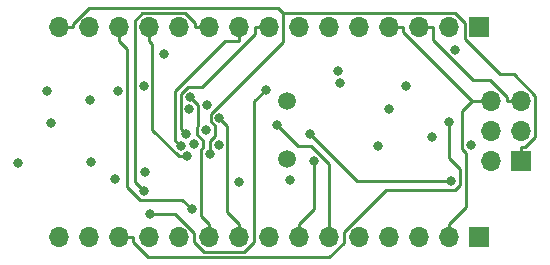
<source format=gbr>
%TF.GenerationSoftware,KiCad,Pcbnew,7.0.10*%
%TF.CreationDate,2024-02-19T12:28:25+05:30*%
%TF.ProjectId,ArduinoNano _Rudra_2021eeb1208,41726475-696e-46f4-9e61-6e6f205f5275,rev?*%
%TF.SameCoordinates,Original*%
%TF.FileFunction,Copper,L2,Inr*%
%TF.FilePolarity,Positive*%
%FSLAX46Y46*%
G04 Gerber Fmt 4.6, Leading zero omitted, Abs format (unit mm)*
G04 Created by KiCad (PCBNEW 7.0.10) date 2024-02-19 12:28:25*
%MOMM*%
%LPD*%
G01*
G04 APERTURE LIST*
%TA.AperFunction,ComponentPad*%
%ADD10R,1.700000X1.700000*%
%TD*%
%TA.AperFunction,ComponentPad*%
%ADD11O,1.700000X1.700000*%
%TD*%
%TA.AperFunction,ComponentPad*%
%ADD12C,1.500000*%
%TD*%
%TA.AperFunction,ViaPad*%
%ADD13C,0.800000*%
%TD*%
%TA.AperFunction,Conductor*%
%ADD14C,0.250000*%
%TD*%
G04 APERTURE END LIST*
D10*
%TO.N,/D12{slash}MISO*%
%TO.C,ICSP1*%
X103632000Y-108458000D03*
D11*
%TO.N,+5V*%
X101092000Y-108458000D03*
%TO.N,/D13{slash}SCK*%
X103632000Y-105918000D03*
%TO.N,/D11{slash}MOSI*%
X101092000Y-105918000D03*
%TO.N,/RST*%
X103632000Y-103378000D03*
%TO.N,GND*%
X101092000Y-103378000D03*
%TD*%
D12*
%TO.N,Net-(U1-(PCINT6{slash}XTAL1{slash}TOSC1)_PB6)*%
%TO.C,Y1*%
X83820000Y-108258000D03*
%TO.N,Net-(U1-(PCINT7{slash}XTAL2{slash}TOSC2)_PB7)*%
X83820000Y-103378000D03*
%TD*%
D11*
%TO.N,/D13{slash}SCK*%
%TO.C,J2*%
X64516000Y-114935000D03*
%TO.N,+3V3*%
X67056000Y-114935000D03*
%TO.N,/AREF*%
X69596000Y-114935000D03*
%TO.N,/A7*%
X72136000Y-114935000D03*
%TO.N,/A6*%
X74676000Y-114935000D03*
%TO.N,/A5*%
X77216000Y-114935000D03*
%TO.N,/A4*%
X79756000Y-114935000D03*
%TO.N,/A3*%
X82296000Y-114935000D03*
%TO.N,/A2*%
X84836000Y-114935000D03*
%TO.N,/A1*%
X87376000Y-114935000D03*
%TO.N,/A0*%
X89916000Y-114935000D03*
%TO.N,+5V*%
X92456000Y-114935000D03*
%TO.N,/RST*%
X94996000Y-114935000D03*
%TO.N,GND*%
X97536000Y-114935000D03*
D10*
%TO.N,VIN*%
X100076000Y-114935000D03*
%TD*%
D11*
%TO.N,/D12{slash}MISO*%
%TO.C,J4*%
X64516000Y-97155000D03*
%TO.N,/D11{slash}MOSI*%
X67056000Y-97155000D03*
%TO.N,/D10*%
X69596000Y-97155000D03*
%TO.N,/D9*%
X72136000Y-97155000D03*
%TO.N,/D8*%
X74676000Y-97155000D03*
%TO.N,/D7*%
X77216000Y-97155000D03*
%TO.N,/D6*%
X79756000Y-97155000D03*
%TO.N,/D5*%
X82296000Y-97155000D03*
%TO.N,/D4*%
X84836000Y-97155000D03*
%TO.N,/D3*%
X87376000Y-97155000D03*
%TO.N,/D2*%
X89916000Y-97155000D03*
%TO.N,GND*%
X92456000Y-97155000D03*
%TO.N,/RST*%
X94996000Y-97155000D03*
%TO.N,/D0{slash}RX*%
X97536000Y-97155000D03*
D10*
%TO.N,/D1{slash}TX*%
X100076000Y-97155000D03*
%TD*%
D13*
%TO.N,Net-(RX1-K)*%
X99406400Y-107099600D03*
%TO.N,Net-(TX1-K)*%
X93926900Y-102144400D03*
%TO.N,Net-(L1-A)*%
X92419200Y-104071500D03*
%TO.N,Net-(J7-D+)*%
X61028900Y-108637600D03*
%TO.N,Net-(J7-D-)*%
X67131400Y-103268000D03*
%TO.N,Net-(VREG1-A)*%
X88347500Y-101841400D03*
X63807700Y-105281700D03*
%TO.N,VUSB*%
X96102400Y-106436700D03*
X84082800Y-110059300D03*
X63480200Y-102573400D03*
%TO.N,Net-(USB1-CBUS0)*%
X85767100Y-106205600D03*
X97730600Y-110154400D03*
%TO.N,/TX*%
X77080300Y-103702300D03*
X98044000Y-99026800D03*
%TO.N,+3V3*%
X72257600Y-112937400D03*
X82004900Y-102431300D03*
%TO.N,Net-(USB1-DTR)*%
X71777800Y-109420700D03*
X91564700Y-107150300D03*
%TO.N,/RX*%
X76959000Y-105855300D03*
X88146600Y-100823300D03*
%TO.N,/D0{slash}RX*%
X75556700Y-104102100D03*
%TO.N,/A5*%
X75618900Y-103064900D03*
%TO.N,/A4*%
X78095800Y-104798600D03*
%TO.N,/A2*%
X86070700Y-108467000D03*
%TO.N,/A1*%
X82999900Y-105411200D03*
%TO.N,/D13{slash}SCK*%
X79765500Y-110228100D03*
%TO.N,/D12{slash}MISO*%
X77311200Y-107894500D03*
%TO.N,/D11{slash}MOSI*%
X75966700Y-107021100D03*
%TO.N,/D10*%
X75789500Y-112560500D03*
%TO.N,/AREF*%
X97544600Y-105169500D03*
%TO.N,/D9*%
X75352800Y-108072400D03*
%TO.N,/D7*%
X71684200Y-111006800D03*
%TO.N,/D6*%
X74804900Y-107169100D03*
%TO.N,/D5*%
X75255200Y-106194500D03*
%TO.N,/D3*%
X73422600Y-99391200D03*
%TO.N,Net-(U1-(PCINT7{slash}XTAL2{slash}TOSC2)_PB7)*%
X69246100Y-110011900D03*
%TO.N,+5C*%
X78047900Y-107072400D03*
X71674800Y-102083500D03*
%TO.N,Net-(U1-(PCINT6{slash}XTAL1{slash}TOSC1)_PB6)*%
X67187200Y-108581900D03*
%TO.N,GND*%
X69477600Y-102544500D03*
%TD*%
D14*
%TO.N,/RST*%
X102455100Y-103012200D02*
X102455100Y-103378000D01*
X101012500Y-101569600D02*
X102455100Y-103012200D01*
X99557700Y-101569600D02*
X101012500Y-101569600D01*
X96172900Y-98184800D02*
X99557700Y-101569600D01*
X96172900Y-97155000D02*
X96172900Y-98184800D01*
X94996000Y-97155000D02*
X96172900Y-97155000D01*
X103632000Y-103378000D02*
X102455100Y-103378000D01*
%TO.N,Net-(USB1-CBUS0)*%
X89715900Y-110154400D02*
X97730600Y-110154400D01*
X85767100Y-106205600D02*
X89715900Y-110154400D01*
%TO.N,+3V3*%
X81026000Y-103410200D02*
X82004900Y-102431300D01*
X81026000Y-115338200D02*
X81026000Y-103410200D01*
X80207800Y-116156400D02*
X81026000Y-115338200D01*
X76772300Y-116156400D02*
X80207800Y-116156400D01*
X75946000Y-115330100D02*
X76772300Y-116156400D01*
X75946000Y-114538000D02*
X75946000Y-115330100D01*
X74345400Y-112937400D02*
X75946000Y-114538000D01*
X72257600Y-112937400D02*
X74345400Y-112937400D01*
%TO.N,/A5*%
X77216000Y-114935000D02*
X77216000Y-113758100D01*
X76288300Y-103734300D02*
X75618900Y-103064900D01*
X76288300Y-105498100D02*
X76288300Y-103734300D01*
X76232100Y-105554300D02*
X76288300Y-105498100D01*
X76232100Y-106258500D02*
X76232100Y-105554300D01*
X76693600Y-106720000D02*
X76232100Y-106258500D01*
X76693600Y-107322200D02*
X76693600Y-106720000D01*
X76545600Y-107470200D02*
X76693600Y-107322200D01*
X76545600Y-113087700D02*
X76545600Y-107470200D01*
X77216000Y-113758100D02*
X76545600Y-113087700D01*
%TO.N,/A4*%
X79756000Y-114935000D02*
X79756000Y-113758100D01*
X78774800Y-105477600D02*
X78095800Y-104798600D01*
X78774800Y-112776900D02*
X78774800Y-105477600D01*
X79756000Y-113758100D02*
X78774800Y-112776900D01*
%TO.N,/A2*%
X86070700Y-112523400D02*
X86070700Y-108467000D01*
X84836000Y-113758100D02*
X86070700Y-112523400D01*
X84836000Y-114935000D02*
X84836000Y-113758100D01*
%TO.N,/A1*%
X84771300Y-107182600D02*
X82999900Y-105411200D01*
X85818300Y-107182600D02*
X84771300Y-107182600D01*
X87376000Y-108740300D02*
X85818300Y-107182600D01*
X87376000Y-114935000D02*
X87376000Y-108740300D01*
%TO.N,/D12{slash}MISO*%
X103632000Y-108458000D02*
X103632000Y-107281100D01*
X64516000Y-97155000D02*
X65692900Y-97155000D01*
X98066200Y-95954500D02*
X83472900Y-95954500D01*
X98899100Y-96787400D02*
X98066200Y-95954500D01*
X98899100Y-98140400D02*
X98899100Y-96787400D01*
X101876400Y-101117700D02*
X98899100Y-98140400D01*
X103041700Y-101117700D02*
X101876400Y-101117700D01*
X104850900Y-102926900D02*
X103041700Y-101117700D01*
X104850900Y-106430000D02*
X104850900Y-102926900D01*
X103999800Y-107281100D02*
X104850900Y-106430000D01*
X103632000Y-107281100D02*
X103999800Y-107281100D01*
X65692900Y-96853700D02*
X65692900Y-97155000D01*
X67045500Y-95501100D02*
X65692900Y-96853700D01*
X83019500Y-95501100D02*
X67045500Y-95501100D01*
X83472900Y-95954500D02*
X83019500Y-95501100D01*
X77311200Y-106759800D02*
X77311200Y-107894500D01*
X77750400Y-106320600D02*
X77311200Y-106759800D01*
X77750400Y-105481100D02*
X77750400Y-106320600D01*
X77358500Y-105089200D02*
X77750400Y-105481100D01*
X77358500Y-104487200D02*
X77358500Y-105089200D01*
X83472900Y-98372800D02*
X77358500Y-104487200D01*
X83472900Y-95954500D02*
X83472900Y-98372800D01*
%TO.N,/D10*%
X74962800Y-111733800D02*
X75789500Y-112560500D01*
X71372100Y-111733800D02*
X74962800Y-111733800D01*
X70282600Y-110644300D02*
X71372100Y-111733800D01*
X70282600Y-99018500D02*
X70282600Y-110644300D01*
X69596000Y-98331900D02*
X70282600Y-99018500D01*
X69596000Y-97155000D02*
X69596000Y-98331900D01*
%TO.N,/AREF*%
X69596000Y-114935000D02*
X70772900Y-114935000D01*
X97544600Y-108194800D02*
X97544600Y-105169500D01*
X98486100Y-109136300D02*
X97544600Y-108194800D01*
X98486100Y-110455500D02*
X98486100Y-109136300D01*
X98060300Y-110881300D02*
X98486100Y-110455500D01*
X92230300Y-110881300D02*
X98060300Y-110881300D01*
X88646000Y-114465600D02*
X92230300Y-110881300D01*
X88646000Y-115373300D02*
X88646000Y-114465600D01*
X87411000Y-116608300D02*
X88646000Y-115373300D01*
X72078400Y-116608300D02*
X87411000Y-116608300D01*
X70772900Y-115302800D02*
X72078400Y-116608300D01*
X70772900Y-114935000D02*
X70772900Y-115302800D01*
%TO.N,/D9*%
X72136000Y-97155000D02*
X72136000Y-98331900D01*
X75352800Y-108072300D02*
X75352800Y-108072400D01*
X74667200Y-108072300D02*
X75352800Y-108072300D01*
X72402100Y-105807200D02*
X74667200Y-108072300D01*
X72402100Y-98598000D02*
X72402100Y-105807200D01*
X72136000Y-98331900D02*
X72402100Y-98598000D01*
%TO.N,/D7*%
X77216000Y-97155000D02*
X76039100Y-97155000D01*
X70947400Y-110270000D02*
X71684200Y-111006800D01*
X70947400Y-96601200D02*
X70947400Y-110270000D01*
X71582400Y-95966200D02*
X70947400Y-96601200D01*
X75216100Y-95966200D02*
X71582400Y-95966200D01*
X76039100Y-96789200D02*
X75216100Y-95966200D01*
X76039100Y-97155000D02*
X76039100Y-96789200D01*
%TO.N,/D6*%
X74367300Y-106731500D02*
X74804900Y-107169100D01*
X74367300Y-102543700D02*
X74367300Y-106731500D01*
X78579100Y-98331900D02*
X74367300Y-102543700D01*
X79756000Y-98331900D02*
X78579100Y-98331900D01*
X79756000Y-97155000D02*
X79756000Y-98331900D01*
%TO.N,/D5*%
X82296000Y-97155000D02*
X81119100Y-97155000D01*
X74828500Y-105767800D02*
X75255200Y-106194500D01*
X74828500Y-102790800D02*
X74828500Y-105767800D01*
X75443600Y-102175700D02*
X74828500Y-102790800D01*
X76613300Y-102175700D02*
X75443600Y-102175700D01*
X81119100Y-97669900D02*
X76613300Y-102175700D01*
X81119100Y-97155000D02*
X81119100Y-97669900D01*
%TO.N,GND*%
X92456000Y-97155000D02*
X93632900Y-97155000D01*
X98669200Y-104196900D02*
X99488100Y-103378000D01*
X98669200Y-107476900D02*
X98669200Y-104196900D01*
X98968700Y-107776400D02*
X98669200Y-107476900D01*
X98968700Y-112325400D02*
X98968700Y-107776400D01*
X97536000Y-113758100D02*
X98968700Y-112325400D01*
X93632900Y-97522800D02*
X99488100Y-103378000D01*
X93632900Y-97155000D02*
X93632900Y-97522800D01*
X99488100Y-103378000D02*
X101092000Y-103378000D01*
X97536000Y-114935000D02*
X97536000Y-113758100D01*
%TD*%
M02*

</source>
